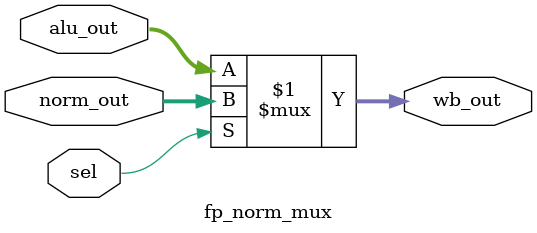
<source format=v>
module fp_norm_mux (
    input  wire        sel,          // 1 = normalize path, 0 = bypass
    input  wire [31:0] alu_out,       // direct ALU result
    input  wire [31:0] norm_out,      // normalized + rounded output
    output wire [31:0] wb_out         // to write-back stage
);

    assign wb_out = sel ? norm_out : alu_out;

endmodule

</source>
